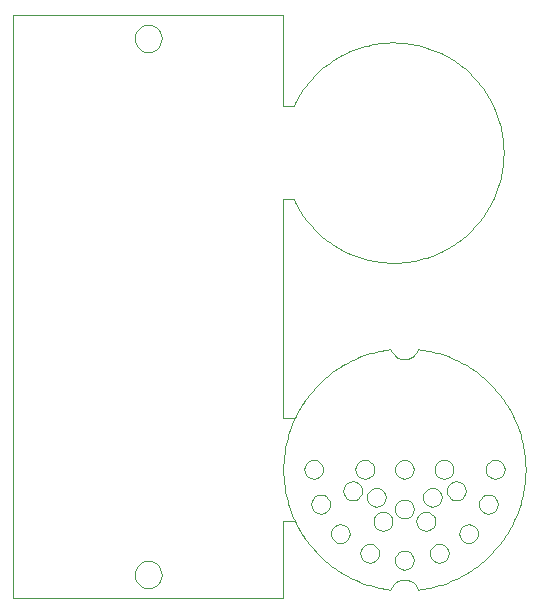
<source format=gm1>
G04*
G04 #@! TF.GenerationSoftware,Altium Limited,Altium Designer,20.0.13 (296)*
G04*
G04 Layer_Color=16711935*
%FSLAX25Y25*%
%MOIN*%
G70*
G01*
G75*
%ADD154C,0.00050*%
%ADD155C,0.00050*%
D154*
X613972Y420442D02*
X614407Y419539D01*
X614864Y418647D01*
X615343Y417766D01*
X615844Y416898D01*
X616366Y416043D01*
X616910Y415200D01*
X617474Y414372D01*
X618058Y413558D01*
X618663Y412758D01*
X619287Y411974D01*
X619931Y411205D01*
X620593Y410453D01*
X621274Y409718D01*
X621973Y408999D01*
X622689Y408298D01*
X623423Y407616D01*
X624174Y406951D01*
X624940Y406306D01*
X625723Y405679D01*
X626521Y405072D01*
X627334Y404486D01*
X628161Y403920D01*
X629002Y403374D01*
X629856Y402849D01*
X630723Y402346D01*
X631602Y401865D01*
X632492Y401405D01*
X633394Y400968D01*
X634307Y400553D01*
X635229Y400161D01*
X636162Y399793D01*
X637102Y399447D01*
X638052Y399125D01*
X639008Y398826D01*
X639972Y398552D01*
X640943Y398301D01*
X641919Y398075D01*
X642901Y397873D01*
X643888Y397695D01*
X644878Y397542D01*
X645872Y397413D01*
X655218D02*
X656214Y397542D01*
X657205Y397695D01*
X658193Y397873D01*
X659176Y398076D01*
X660153Y398302D01*
X661125Y398553D01*
X662090Y398829D01*
X663048Y399128D01*
X663998Y399450D01*
X664940Y399797D01*
X665873Y400166D01*
X666796Y400559D01*
X667710Y400974D01*
X668612Y401412D01*
X669504Y401873D01*
X670384Y402355D01*
X671252Y402859D01*
X672107Y403385D01*
X672948Y403932D01*
X673776Y404499D01*
X674589Y405087D01*
X675387Y405695D01*
X676170Y406322D01*
X676938Y406969D01*
X677689Y407635D01*
X678423Y408319D01*
X679140Y409021D01*
X679839Y409741D01*
X680520Y410478D01*
X681182Y411232D01*
X681826Y412001D01*
X682450Y412787D01*
X683055Y413588D01*
X683639Y414404D01*
X684203Y415234D01*
X684746Y416078D01*
X685268Y416935D01*
X685769Y417804D01*
X686248Y418686D01*
X686704Y419580D01*
X687139Y420484D01*
X687550Y421400D01*
X687939Y422325D01*
X688305Y423259D01*
X688647Y424202D01*
X688966Y425154D01*
X689261Y426113D01*
X689532Y427079D01*
X689779Y428052D01*
X690002Y429030D01*
X690200Y430014D01*
X690374Y431002D01*
X690523Y431995D01*
X690647Y432991D01*
X690747Y433989D01*
X690822Y434990D01*
X690872Y435992D01*
X690897Y436995D01*
X690897Y437999D01*
X690872Y439002D01*
X690822Y440004D01*
X690747Y441005D01*
X690647Y442003D01*
X690523Y442999D01*
X690374Y443991D01*
X690200Y444980D01*
X690001Y445963D01*
X689779Y446942D01*
X689532Y447914D01*
X689261Y448881D01*
X688966Y449840D01*
X688647Y450791D01*
X688304Y451734D01*
X687939Y452669D01*
X687550Y453594D01*
X687138Y454509D01*
X686704Y455414D01*
X686247Y456307D01*
X685768Y457189D01*
X685268Y458059D01*
X684746Y458916D01*
X684202Y459760D01*
X683639Y460590D01*
X683054Y461406D01*
X682450Y462207D01*
X681825Y462992D01*
X681182Y463762D01*
X680519Y464516D01*
X679838Y465253D01*
X679139Y465972D01*
X678422Y466675D01*
X677688Y467359D01*
X676937Y468024D01*
X676170Y468671D01*
X675386Y469299D01*
X674588Y469907D01*
X673775Y470494D01*
X672947Y471062D01*
X672106Y471608D01*
X671251Y472134D01*
X670383Y472638D01*
X669503Y473120D01*
X668611Y473581D01*
X667709Y474019D01*
X666795Y474434D01*
X665872Y474827D01*
X664939Y475197D01*
X663997Y475543D01*
X663047Y475865D01*
X662089Y476164D01*
X661124Y476440D01*
X660152Y476690D01*
X659175Y476917D01*
X658192Y477120D01*
X657204Y477297D01*
X656212Y477451D01*
X655218Y477579D01*
Y397413D02*
X654797Y398348D01*
X654192Y399175D01*
X653428Y399859D01*
X652540Y400369D01*
X651565Y400685D01*
X650545Y400792D01*
X649526Y400685D01*
X648551Y400369D01*
X647662Y399859D01*
X646899Y399175D01*
X646293Y398348D01*
X645872Y397413D01*
X645872Y477579D02*
X644878Y477451D01*
X643888Y477298D01*
X642901Y477120D01*
X641919Y476918D01*
X640943Y476691D01*
X639972Y476441D01*
X639008Y476166D01*
X638052Y475868D01*
X637102Y475546D01*
X636162Y475200D01*
X635230Y474831D01*
X634307Y474439D01*
X633394Y474025D01*
X632492Y473587D01*
X631602Y473128D01*
X630723Y472646D01*
X629856Y472143D01*
X629002Y471619D01*
X628161Y471073D01*
X627334Y470507D01*
X626521Y469920D01*
X625723Y469313D01*
X624941Y468687D01*
X624174Y468042D01*
X623423Y467377D01*
X622689Y466694D01*
X621973Y465993D01*
X621274Y465275D01*
X620593Y464539D01*
X619931Y463787D01*
X619287Y463019D01*
X618663Y462235D01*
X618058Y461435D01*
X617474Y460621D01*
X616910Y459792D01*
X616366Y458950D01*
X615844Y458095D01*
X615343Y457226D01*
X614864Y456346D01*
X614407Y455454D01*
X613972Y454551D01*
X645872Y477579D02*
X646293Y476645D01*
X646899Y475818D01*
X647662Y475134D01*
X648551Y474623D01*
X649526Y474308D01*
X650545Y474201D01*
X651565Y474308D01*
X652540Y474623D01*
X653428Y475134D01*
X654192Y475818D01*
X654797Y476645D01*
X655218Y477579D01*
X613587Y527591D02*
X614021Y526692D01*
X614479Y525805D01*
X614962Y524931D01*
X615468Y524071D01*
X615997Y523225D01*
X616548Y522393D01*
X617123Y521577D01*
X617719Y520776D01*
X618337Y519992D01*
X618976Y519225D01*
X619635Y518476D01*
X620315Y517745D01*
X621014Y517033D01*
X621733Y516340D01*
X622469Y515667D01*
X623224Y515014D01*
X623997Y514382D01*
X624786Y513771D01*
X625592Y513181D01*
X626413Y512614D01*
X627250Y512070D01*
X628101Y511548D01*
X628966Y511050D01*
X629844Y510575D01*
X630734Y510125D01*
X631637Y509698D01*
X632551Y509297D01*
X633475Y508920D01*
X634409Y508569D01*
X635353Y508244D01*
X636305Y507944D01*
X637264Y507670D01*
X638231Y507422D01*
X639205Y507200D01*
X640184Y507006D01*
X641167Y506838D01*
X642156Y506696D01*
X643147Y506582D01*
X644141Y506494D01*
X645138Y506434D01*
X646135Y506401D01*
X647133Y506395D01*
X648131Y506416D01*
X649128Y506464D01*
X650124Y506539D01*
X651117Y506641D01*
X652106Y506770D01*
X653092Y506926D01*
X654073Y507109D01*
X655049Y507319D01*
X656019Y507554D01*
X656982Y507817D01*
X657938Y508105D01*
X658885Y508419D01*
X659824Y508759D01*
X660753Y509124D01*
X661672Y509514D01*
X662579Y509929D01*
X663475Y510369D01*
X664359Y510833D01*
X665230Y511320D01*
X666087Y511831D01*
X666931Y512366D01*
X667759Y512923D01*
X668572Y513502D01*
X669369Y514103D01*
X670149Y514726D01*
X670912Y515369D01*
X671657Y516034D01*
X672383Y516718D01*
X673091Y517421D01*
X673780Y518144D01*
X674449Y518885D01*
X675097Y519644D01*
X675724Y520420D01*
X676330Y521213D01*
X676915Y522022D01*
X677477Y522847D01*
X678016Y523687D01*
X678533Y524541D01*
X679026Y525409D01*
X679495Y526290D01*
X679940Y527184D01*
X680361Y528089D01*
X680756Y529005D01*
X681127Y529932D01*
X681473Y530868D01*
X681792Y531814D01*
X682087Y532768D01*
X682355Y533729D01*
X682596Y534697D01*
X682812Y535672D01*
X683001Y536652D01*
X683163Y537637D01*
X683298Y538626D01*
X683406Y539618D01*
X683488Y540613D01*
X683542Y541610D01*
X683569Y542607D01*
X683569Y543606D01*
X683542Y544603D01*
X683488Y545600D01*
X683406Y546595D01*
X683298Y547587D01*
X683163Y548576D01*
X683001Y549561D01*
X682812Y550541D01*
X682596Y551516D01*
X682354Y552484D01*
X682086Y553446D01*
X681792Y554399D01*
X681472Y555345D01*
X681127Y556281D01*
X680756Y557208D01*
X680360Y558124D01*
X679940Y559029D01*
X679494Y559923D01*
X679025Y560804D01*
X678532Y561672D01*
X678016Y562526D01*
X677476Y563366D01*
X676914Y564190D01*
X676330Y565000D01*
X675724Y565793D01*
X675096Y566569D01*
X674448Y567328D01*
X673779Y568069D01*
X673091Y568792D01*
X672383Y569495D01*
X671656Y570179D01*
X670911Y570844D01*
X670148Y571487D01*
X669368Y572110D01*
X668571Y572711D01*
X667758Y573290D01*
X666930Y573847D01*
X666087Y574381D01*
X665229Y574893D01*
X664359Y575380D01*
X663475Y575844D01*
X662578Y576284D01*
X661671Y576699D01*
X660752Y577089D01*
X659823Y577454D01*
X658885Y577794D01*
X657937Y578108D01*
X656982Y578396D01*
X656018Y578658D01*
X655049Y578894D01*
X654073Y579103D01*
X653091Y579286D01*
X652106Y579442D01*
X651116Y579571D01*
X650123Y579673D01*
X649128Y579749D01*
X648131Y579797D01*
X647133Y579818D01*
X646135Y579812D01*
X645137Y579778D01*
X644141Y579718D01*
X643146Y579631D01*
X642155Y579516D01*
X641167Y579375D01*
X640183Y579207D01*
X639204Y579012D01*
X638231Y578790D01*
X637264Y578543D01*
X636304Y578268D01*
X635352Y577969D01*
X634408Y577643D01*
X633474Y577291D01*
X632550Y576915D01*
X631636Y576513D01*
X630733Y576087D01*
X629843Y575637D01*
X628965Y575162D01*
X628100Y574664D01*
X627249Y574142D01*
X626412Y573597D01*
X625591Y573030D01*
X624785Y572441D01*
X623996Y571830D01*
X623224Y571198D01*
X622469Y570545D01*
X621732Y569872D01*
X621013Y569179D01*
X620314Y568467D01*
X619635Y567735D01*
X618975Y566986D01*
X618336Y566219D01*
X617718Y565435D01*
X617122Y564635D01*
X616548Y563819D01*
X615996Y562987D01*
X615467Y562140D01*
X614961Y561280D01*
X614479Y560406D01*
X614020Y559519D01*
X613587Y558622D01*
X569644Y581189D02*
X569530Y582196D01*
X569195Y583153D01*
X568656Y584012D01*
X567939Y584729D01*
X567081Y585268D01*
X566124Y585603D01*
X565116Y585716D01*
X564109Y585603D01*
X563152Y585268D01*
X562293Y584729D01*
X561576Y584012D01*
X561037Y583153D01*
X560702Y582196D01*
X560589Y581189D01*
X560702Y580181D01*
X561037Y579224D01*
X561576Y578366D01*
X562293Y577649D01*
X563152Y577110D01*
X564109Y576775D01*
X565116Y576661D01*
X566124Y576775D01*
X567081Y577110D01*
X567939Y577649D01*
X568656Y578366D01*
X569195Y579224D01*
X569530Y580181D01*
X569644Y581189D01*
Y402399D02*
X569530Y403406D01*
X569195Y404363D01*
X568656Y405222D01*
X567939Y405939D01*
X567081Y406478D01*
X566124Y406813D01*
X565116Y406927D01*
X564109Y406813D01*
X563152Y406478D01*
X562293Y405939D01*
X561576Y405222D01*
X561037Y404363D01*
X560702Y403406D01*
X560589Y402399D01*
X560702Y401392D01*
X561037Y400435D01*
X561576Y399576D01*
X562293Y398859D01*
X563152Y398320D01*
X564109Y397985D01*
X565116Y397871D01*
X566124Y397985D01*
X567081Y398320D01*
X567939Y398859D01*
X568656Y399576D01*
X569195Y400435D01*
X569530Y401392D01*
X569644Y402399D01*
X609908Y420442D02*
X613972D01*
X609917Y454551D02*
X613972D01*
X609917Y527591D02*
X613587D01*
X609917Y454551D02*
Y527591D01*
X609908Y394525D02*
Y420442D01*
X609917Y558622D02*
X613587D01*
X609917Y558622D02*
X609923Y589063D01*
X520025Y589063D02*
X609908D01*
X520025Y394525D02*
Y589063D01*
Y394525D02*
X609908D01*
X645871Y477575D02*
X644876Y477446D01*
X643885Y477293D01*
X642897Y477115D01*
X641914Y476913D01*
X640937Y476686D01*
X639965Y476435D01*
X639000Y476160D01*
X638042Y475861D01*
X637092Y475538D01*
X636150Y475192D01*
X635217Y474822D01*
X634294Y474430D01*
X633380Y474014D01*
X632478Y473576D01*
X631586Y473116D01*
X630706Y472633D01*
X629838Y472129D01*
X628983Y471604D01*
X628142Y471057D01*
X627314Y470490D01*
X626501Y469902D01*
X625703Y469294D01*
X624920Y468666D01*
X624152Y468019D01*
X623401Y467354D01*
X622667Y466670D01*
X621950Y465968D01*
X621251Y465248D01*
X620570Y464511D01*
X619908Y463757D01*
X619264Y462987D01*
X618640Y462202D01*
X618035Y461401D01*
X617451Y460585D01*
X616887Y459755D01*
X616344Y458911D01*
X615822Y458054D01*
X615321Y457184D01*
X614842Y456302D01*
X614386Y455409D01*
X613951Y454504D01*
X613540Y453589D01*
X613151Y452664D01*
X612785Y451730D01*
X612443Y450786D01*
X612124Y449835D01*
X611829Y448876D01*
X611558Y447910D01*
X611311Y446937D01*
X611088Y445959D01*
X610890Y444975D01*
X610716Y443987D01*
X610567Y442994D01*
X610443Y441998D01*
X610343Y441000D01*
X610268Y439999D01*
X610218Y438997D01*
X610193Y437994D01*
Y436990D01*
X610218Y435987D01*
X610268Y434985D01*
X610343Y433984D01*
X610443Y432986D01*
X610567Y431990D01*
X610716Y430998D01*
X610890Y430009D01*
X611088Y429026D01*
X611311Y428047D01*
X611558Y427075D01*
X611829Y426109D01*
X612124Y425149D01*
X612443Y424198D01*
X612785Y423255D01*
X613151Y422320D01*
X613540Y421395D01*
X613951Y420480D01*
X614386Y419575D01*
X614842Y418682D01*
X615321Y417800D01*
X615822Y416930D01*
X616344Y416073D01*
X616887Y415229D01*
X617451Y414399D01*
X618035Y413584D01*
X618640Y412783D01*
X619264Y411997D01*
X619908Y411227D01*
X620570Y410473D01*
X621251Y409736D01*
X621950Y409017D01*
X622667Y408315D01*
X623401Y407630D01*
X624152Y406965D01*
X624920Y406318D01*
X625703Y405690D01*
X626501Y405083D01*
X627314Y404495D01*
X628142Y403927D01*
X628983Y403381D01*
X629838Y402855D01*
X630706Y402351D01*
X631586Y401868D01*
X632478Y401408D01*
X633380Y400970D01*
X634294Y400555D01*
X635217Y400162D01*
X636150Y399792D01*
X637092Y399446D01*
X638042Y399123D01*
X639000Y398824D01*
X639965Y398549D01*
X640937Y398298D01*
X641914Y398071D01*
X642897Y397869D01*
X643885Y397691D01*
X644876Y397538D01*
X645871Y397409D01*
X646538Y420215D02*
X646384Y421188D01*
X645936Y422066D01*
X645239Y422763D01*
X644361Y423210D01*
X643388Y423364D01*
X642415Y423210D01*
X641537Y422763D01*
X640840Y422066D01*
X640393Y421188D01*
X640239Y420215D01*
X640393Y419242D01*
X640840Y418364D01*
X641537Y417667D01*
X642415Y417219D01*
X643388Y417065D01*
X644361Y417219D01*
X645239Y417667D01*
X645936Y418364D01*
X646384Y419242D01*
X646538Y420215D01*
X653694Y437492D02*
X653540Y438465D01*
X653093Y439343D01*
X652396Y440040D01*
X651518Y440488D01*
X650545Y440642D01*
X649571Y440488D01*
X648693Y440040D01*
X647997Y439343D01*
X647549Y438465D01*
X647395Y437492D01*
X647549Y436519D01*
X647997Y435641D01*
X648693Y434944D01*
X649571Y434497D01*
X650545Y434342D01*
X651518Y434497D01*
X652396Y434944D01*
X653093Y435641D01*
X653540Y436519D01*
X653694Y437492D01*
X670971Y430336D02*
X670817Y431309D01*
X670370Y432187D01*
X669673Y432884D01*
X668795Y433331D01*
X667822Y433485D01*
X666849Y433331D01*
X665971Y432884D01*
X665274Y432187D01*
X664826Y431309D01*
X664672Y430336D01*
X664826Y429362D01*
X665274Y428484D01*
X665971Y427787D01*
X666849Y427340D01*
X667822Y427186D01*
X668795Y427340D01*
X669673Y427787D01*
X670370Y428484D01*
X670817Y429362D01*
X670971Y430336D01*
X675061Y416126D02*
X674906Y417099D01*
X674459Y417977D01*
X673762Y418674D01*
X672884Y419121D01*
X671911Y419275D01*
X670938Y419121D01*
X670060Y418674D01*
X669363Y417977D01*
X668915Y417099D01*
X668761Y416126D01*
X668915Y415153D01*
X669363Y414275D01*
X670060Y413578D01*
X670938Y413130D01*
X671911Y412976D01*
X672884Y413130D01*
X673762Y413578D01*
X674459Y414275D01*
X674906Y415153D01*
X675061Y416126D01*
X632328D02*
X632174Y417099D01*
X631726Y417977D01*
X631030Y418674D01*
X630152Y419121D01*
X629178Y419275D01*
X628205Y419121D01*
X627327Y418674D01*
X626630Y417977D01*
X626183Y417099D01*
X626029Y416126D01*
X626183Y415153D01*
X626630Y414275D01*
X627327Y413578D01*
X628205Y413130D01*
X629178Y412976D01*
X630152Y413130D01*
X631030Y413578D01*
X631726Y414275D01*
X632174Y415153D01*
X632328Y416126D01*
X625778Y425929D02*
X625624Y426902D01*
X625176Y427780D01*
X624479Y428477D01*
X623601Y428924D01*
X622628Y429078D01*
X621655Y428924D01*
X620777Y428477D01*
X620080Y427780D01*
X619633Y426902D01*
X619479Y425929D01*
X619633Y424956D01*
X620080Y424078D01*
X620777Y423381D01*
X621655Y422933D01*
X622628Y422779D01*
X623601Y422933D01*
X624479Y423381D01*
X625176Y424078D01*
X625624Y424956D01*
X625778Y425929D01*
X665258Y409576D02*
X665103Y410549D01*
X664656Y411427D01*
X663959Y412124D01*
X663081Y412571D01*
X662108Y412725D01*
X661135Y412571D01*
X660257Y412124D01*
X659560Y411427D01*
X659113Y410549D01*
X658958Y409576D01*
X659113Y408602D01*
X659560Y407724D01*
X660257Y407028D01*
X661135Y406580D01*
X662108Y406426D01*
X663081Y406580D01*
X663959Y407028D01*
X664656Y407724D01*
X665103Y408602D01*
X665258Y409576D01*
X666883Y437492D02*
X666729Y438465D01*
X666282Y439343D01*
X665585Y440040D01*
X664707Y440488D01*
X663734Y440642D01*
X662760Y440488D01*
X661882Y440040D01*
X661186Y439343D01*
X660738Y438465D01*
X660584Y437492D01*
X660738Y436519D01*
X661186Y435641D01*
X661882Y434944D01*
X662760Y434497D01*
X663734Y434342D01*
X664707Y434497D01*
X665585Y434944D01*
X666282Y435641D01*
X666729Y436519D01*
X666883Y437492D01*
X653694Y424303D02*
X653540Y425276D01*
X653093Y426154D01*
X652396Y426851D01*
X651518Y427299D01*
X650545Y427453D01*
X649571Y427299D01*
X648693Y426851D01*
X647997Y426154D01*
X647549Y425276D01*
X647395Y424303D01*
X647549Y423330D01*
X647997Y422452D01*
X648693Y421755D01*
X649571Y421308D01*
X650545Y421153D01*
X651518Y421308D01*
X652396Y421755D01*
X653093Y422452D01*
X653540Y423330D01*
X653694Y424303D01*
X644368Y428166D02*
X644214Y429139D01*
X643767Y430017D01*
X643070Y430714D01*
X642192Y431162D01*
X641219Y431316D01*
X640245Y431162D01*
X639367Y430714D01*
X638670Y430017D01*
X638223Y429139D01*
X638069Y428166D01*
X638223Y427193D01*
X638670Y426315D01*
X639367Y425618D01*
X640245Y425171D01*
X641219Y425016D01*
X642192Y425171D01*
X643070Y425618D01*
X643767Y426315D01*
X644214Y427193D01*
X644368Y428166D01*
X640505Y437492D02*
X640351Y438465D01*
X639904Y439343D01*
X639207Y440040D01*
X638329Y440488D01*
X637356Y440642D01*
X636382Y440488D01*
X635504Y440040D01*
X634807Y439343D01*
X634360Y438465D01*
X634206Y437492D01*
X634360Y436519D01*
X634807Y435641D01*
X635504Y434944D01*
X636382Y434497D01*
X637356Y434342D01*
X638329Y434497D01*
X639207Y434944D01*
X639904Y435641D01*
X640351Y436519D01*
X640505Y437492D01*
X663020Y428166D02*
X662866Y429139D01*
X662419Y430017D01*
X661722Y430714D01*
X660844Y431162D01*
X659871Y431316D01*
X658897Y431162D01*
X658019Y430714D01*
X657323Y430017D01*
X656875Y429139D01*
X656721Y428166D01*
X656875Y427193D01*
X657323Y426315D01*
X658019Y425618D01*
X658897Y425171D01*
X659871Y425016D01*
X660844Y425171D01*
X661722Y425618D01*
X662419Y426315D01*
X662866Y427193D01*
X663020Y428166D01*
X681611Y425929D02*
X681457Y426902D01*
X681009Y427780D01*
X680312Y428477D01*
X679434Y428924D01*
X678461Y429078D01*
X677488Y428924D01*
X676610Y428477D01*
X675913Y427780D01*
X675465Y426902D01*
X675311Y425929D01*
X675465Y424956D01*
X675913Y424078D01*
X676610Y423381D01*
X677488Y422933D01*
X678461Y422779D01*
X679434Y422933D01*
X680312Y423381D01*
X681009Y424078D01*
X681457Y424956D01*
X681611Y425929D01*
X642131Y409576D02*
X641977Y410549D01*
X641529Y411427D01*
X640833Y412124D01*
X639955Y412571D01*
X638981Y412725D01*
X638008Y412571D01*
X637130Y412124D01*
X636433Y411427D01*
X635986Y410549D01*
X635832Y409576D01*
X635986Y408602D01*
X636433Y407724D01*
X637130Y407028D01*
X638008Y406580D01*
X638981Y406426D01*
X639955Y406580D01*
X640833Y407028D01*
X641529Y407724D01*
X641977Y408602D01*
X642131Y409576D01*
X623478Y437492D02*
X623323Y438465D01*
X622876Y439343D01*
X622179Y440040D01*
X621301Y440488D01*
X620328Y440642D01*
X619355Y440488D01*
X618477Y440040D01*
X617780Y439343D01*
X617333Y438465D01*
X617178Y437492D01*
X617333Y436519D01*
X617780Y435641D01*
X618477Y434944D01*
X619355Y434497D01*
X620328Y434342D01*
X621301Y434497D01*
X622179Y434944D01*
X622876Y435641D01*
X623323Y436519D01*
X623478Y437492D01*
X653694Y407276D02*
X653540Y408249D01*
X653093Y409127D01*
X652396Y409824D01*
X651518Y410271D01*
X650545Y410425D01*
X649571Y410271D01*
X648693Y409824D01*
X647997Y409127D01*
X647549Y408249D01*
X647395Y407276D01*
X647549Y406302D01*
X647997Y405424D01*
X648693Y404728D01*
X649571Y404280D01*
X650545Y404126D01*
X651518Y404280D01*
X652396Y404728D01*
X653093Y405424D01*
X653540Y406302D01*
X653694Y407276D01*
X683911Y437492D02*
X683757Y438465D01*
X683309Y439343D01*
X682612Y440040D01*
X681734Y440488D01*
X680761Y440642D01*
X679788Y440488D01*
X678910Y440040D01*
X678213Y439343D01*
X677766Y438465D01*
X677611Y437492D01*
X677766Y436519D01*
X678213Y435641D01*
X678910Y434944D01*
X679788Y434497D01*
X680761Y434342D01*
X681734Y434497D01*
X682612Y434944D01*
X683309Y435641D01*
X683757Y436519D01*
X683911Y437492D01*
X660851Y420215D02*
X660697Y421188D01*
X660249Y422066D01*
X659552Y422763D01*
X658674Y423210D01*
X657701Y423364D01*
X656728Y423210D01*
X655850Y422763D01*
X655153Y422066D01*
X654706Y421188D01*
X654551Y420215D01*
X654706Y419242D01*
X655153Y418364D01*
X655850Y417667D01*
X656728Y417219D01*
X657701Y417065D01*
X658674Y417219D01*
X659552Y417667D01*
X660249Y418364D01*
X660697Y419242D01*
X660851Y420215D01*
X636417Y430336D02*
X636263Y431309D01*
X635815Y432187D01*
X635119Y432884D01*
X634241Y433331D01*
X633267Y433485D01*
X632294Y433331D01*
X631416Y432884D01*
X630719Y432187D01*
X630272Y431309D01*
X630118Y430336D01*
X630272Y429362D01*
X630719Y428484D01*
X631416Y427787D01*
X632294Y427340D01*
X633267Y427186D01*
X634241Y427340D01*
X635119Y427787D01*
X635815Y428484D01*
X636263Y429362D01*
X636417Y430336D01*
X655218Y397409D02*
X654797Y398344D01*
X654191Y399171D01*
X653428Y399854D01*
X652539Y400365D01*
X651564Y400681D01*
X650545Y400787D01*
X649525Y400681D01*
X648550Y400365D01*
X647661Y399854D01*
X646898Y399171D01*
X646292Y398344D01*
X645871Y397409D01*
Y477575D02*
X646292Y476641D01*
X646898Y475813D01*
X647661Y475130D01*
X648550Y474619D01*
X649525Y474304D01*
X650545Y474197D01*
X651564Y474304D01*
X652539Y474619D01*
X653428Y475130D01*
X654191Y475813D01*
X654797Y476641D01*
X655218Y477575D01*
D155*
X650564Y437492D02*
D03*
M02*

</source>
